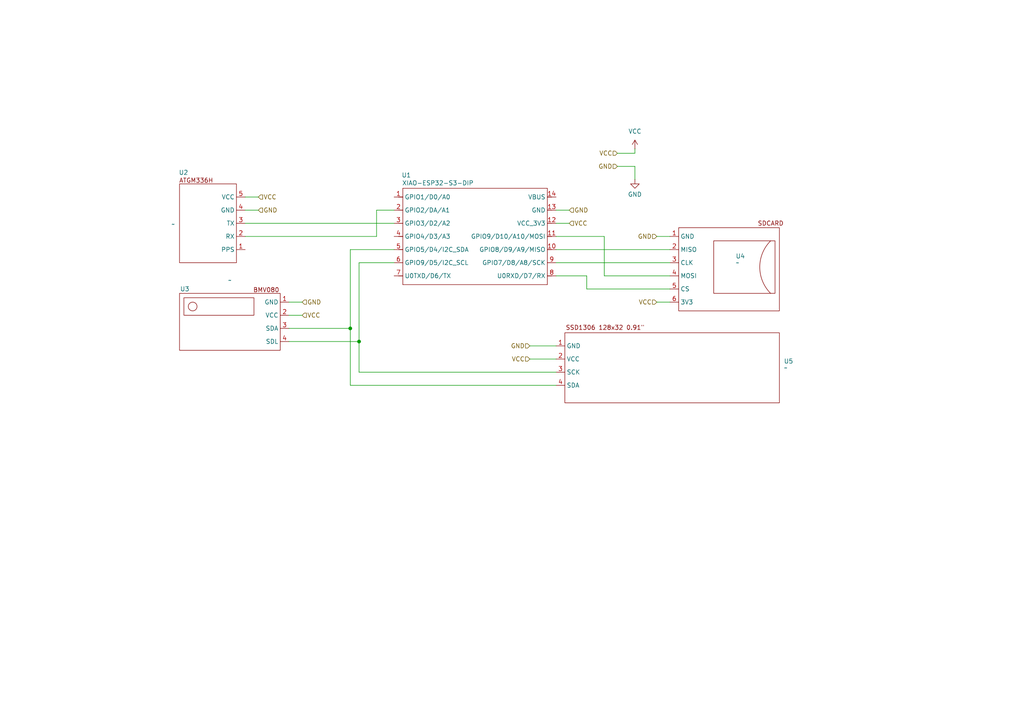
<source format=kicad_sch>
(kicad_sch (version 20250114) (generator "eeschema") (generator_version "9.0")
  (paper "A4")
  (lib_symbols
    (symbol "ParticulateMatters:ATGM336H"
      (property "Reference" "U" (at 0.508 1.27 0))
      (symbol "ATGM336H_0_1"
        (rectangle (start 0 0) (end 16.51 -22.86))
      )
      (symbol "ATGM336H_1_1"
        (text "ATGM336H" (at 11.684 1.016 0) (effects (font (size 1.27 1.27))))
        (pin passive line (at -2.54 -3.81 0) (length 2.54) (name "VCC") (number "5"))
        (pin passive line (at -2.54 -7.62 0) (length 2.54) (name "GND") (number "4"))
        (pin passive line (at -2.54 -11.43 0) (length 2.54) (name "TX") (number "3"))
        (pin passive line (at -2.54 -15.24 0) (length 2.54) (name "RX") (number "2"))
        (pin passive line (at -2.54 -19.05 0) (length 2.54) (name "PPS") (number "1"))
      )
    )
    (symbol "ParticulateMatters:BMV080"
      (property "Reference" "U" (at 0.762 1.016 0))
      (symbol "BMV080_0_1"
        (rectangle (start 0 0) (end 29.21 -16.51))
        (rectangle (start 1.27 -1.27) (end 21.59 -6.35))
        (circle (center 3.81 -3.81) (radius 1.27))
      )
      (symbol "BMV080_1_1"
        (text "BMV080" (at 25.146 1.016 0) (effects (font (size 1.27 1.27))))
        (pin passive line (at 31.75 -2.54 180) (length 2.54) (name "GND") (number "1"))
        (pin passive line (at 31.75 -6.35 180) (length 2.54) (name "VCC") (number "2"))
        (pin passive line (at 31.75 -10.16 180) (length 2.54) (name "SDA") (number "3"))
        (pin passive line (at 31.75 -13.97 180) (length 2.54) (name "SDL") (number "4"))
      )
    )
    (symbol "ParticulateMatters:SD_CARD"
      (property "Reference" "U" (at 0.254 1.016 0))
      (symbol "SD_CARD_0_1"
        (rectangle (start 0 0) (end 29.21 -24.13))
        (rectangle (start 10.16 -3.81) (end 27.94 -19.05))
        (arc (start 26.67 -19.05) (mid 23.5137 -11.43) (end 26.67 -3.81))
      )
      (symbol "SD_CARD_1_1"
        (text "SDCARD" (at 26.67 1.27 0) (effects (font (size 1.27 1.27))))
        (pin passive line (at -2.54 -2.54 0) (length 2.54) (name "GND") (number "1"))
        (pin passive line (at -2.54 -6.35 0) (length 2.54) (name "MISO") (number "2"))
        (pin passive line (at -2.54 -10.16 0) (length 2.54) (name "CLK") (number "3"))
        (pin passive line (at -2.54 -13.97 0) (length 2.54) (name "MOSI") (number "4"))
        (pin passive line (at -2.54 -17.78 0) (length 2.54) (name "CS") (number "5"))
        (pin passive line (at -2.54 -21.59 0) (length 2.54) (name "3V3") (number "6"))
      )
    )
    (symbol "ParticulateMatters:SSD1306_128x32_0.91"
      (property "Reference" "U" (at 1.016 1.27 0))
      (symbol "SSD1306_128x32_0.91_0_1"
        (rectangle (start 0 0) (end 62.23 -20.32))
      )
      (symbol "SSD1306_128x32_0.91_1_1"
        (text "SSD1306 128x32 0.91\"" (at 50.546 1.524 0) (effects (font (size 1.27 1.27))))
        (pin passive line (at 64.77 -3.81 180) (length 2.54) (name "GND") (number "1"))
        (pin passive line (at 64.77 -7.62 180) (length 2.54) (name "VCC") (number "2"))
        (pin passive line (at 64.77 -11.43 180) (length 2.54) (name "SCK") (number "3"))
        (pin passive line (at 64.77 -15.24 180) (length 2.54) (name "SDA") (number "4"))
      )
    )
    (symbol "Seeed_Studio_XIAO_Series:XIAO-ESP32-S3-DIP"
      (property "Reference" "U" (at 1.27 0.508 0))
      (property "Value" "XIAO-ESP32-S3-DIP" (at 9.652 -1.778 0))
      (symbol "XIAO-ESP32-S3-DIP_1_0"
        (polyline (pts (xy 0 -2.54) (xy 41.91 -2.54)) (stroke (width 0.1524)))
        (polyline (pts (xy 0 -5.08) (xy -1.27 -5.08)) (stroke (width 0.1524)))
        (polyline (pts (xy 0 -5.08) (xy 0 -2.54)) (stroke (width 0.1524)))
        (polyline (pts (xy 0 -8.89) (xy -1.27 -8.89)) (stroke (width 0.1524)))
        (polyline (pts (xy 0 -8.89) (xy 0 -5.08)) (stroke (width 0.1524)))
        (polyline (pts (xy 0 -12.7) (xy -1.27 -12.7)) (stroke (width 0.1524)))
        (polyline (pts (xy 0 -12.7) (xy 0 -8.89)) (stroke (width 0.1524)))
        (polyline (pts (xy 0 -16.51) (xy -1.27 -16.51)) (stroke (width 0.1524)))
        (polyline (pts (xy 0 -16.51) (xy 0 -12.7)) (stroke (width 0.1524)))
        (polyline (pts (xy 0 -20.32) (xy -1.27 -20.32)) (stroke (width 0.1524)))
        (polyline (pts (xy 0 -24.13) (xy -1.27 -24.13)) (stroke (width 0.1524)))
        (polyline (pts (xy 0 -27.94) (xy -1.27 -27.94)) (stroke (width 0.1524)))
        (polyline (pts (xy 0 -30.48) (xy 0 -16.51)) (stroke (width 0.1524)))
        (polyline (pts (xy 41.91 -2.54) (xy 41.91 -5.08)) (stroke (width 0.1524)))
        (polyline (pts (xy 41.91 -5.08) (xy 41.91 -8.89)) (stroke (width 0.1524)))
        (polyline (pts (xy 41.91 -8.89) (xy 41.91 -12.7)) (stroke (width 0.1524)))
        (polyline (pts (xy 41.91 -12.7) (xy 41.91 -30.48)) (stroke (width 0.1524)))
        (polyline (pts (xy 41.91 -30.48) (xy 0 -30.48)) (stroke (width 0.1524)))
        (polyline (pts (xy 43.18 -5.08) (xy 41.91 -5.08)) (stroke (width 0.1524)))
        (polyline (pts (xy 43.18 -8.89) (xy 41.91 -8.89)) (stroke (width 0.1524)))
        (polyline (pts (xy 43.18 -12.7) (xy 41.91 -12.7)) (stroke (width 0.1524)))
        (polyline (pts (xy 43.18 -16.51) (xy 41.91 -16.51)) (stroke (width 0.1524)))
        (polyline (pts (xy 43.18 -20.32) (xy 41.91 -20.32)) (stroke (width 0.1524)))
        (polyline (pts (xy 43.18 -24.13) (xy 41.91 -24.13)) (stroke (width 0.1524)))
        (polyline (pts (xy 43.18 -27.94) (xy 41.91 -27.94)) (stroke (width 0.1524)))
        (pin passive line (at -2.54 -5.08 0) (length 2.54) (name "GPIO1/D0/A0") (number "1"))
        (pin passive line (at -2.54 -8.89 0) (length 2.54) (name "GPIO2/DA/A1") (number "2"))
        (pin passive line (at -2.54 -12.7 0) (length 2.54) (name "GPIO3/D2/A2") (number "3"))
        (pin passive line (at -2.54 -16.51 0) (length 2.54) (name "GPIO4/D3/A3") (number "4"))
        (pin passive line (at -2.54 -20.32 0) (length 2.54) (name "GPIO5/D4/I2C_SDA") (number "5"))
        (pin passive line (at -2.54 -24.13 0) (length 2.54) (name "GPIO9/D5/I2C_SCL") (number "6"))
        (pin passive line (at -2.54 -27.94 0) (length 2.54) (name "U0TXD/D6/TX") (number "7"))
        (pin passive line (at 44.45 -5.08 180) (length 2.54) (name "VBUS") (number "14"))
        (pin passive line (at 44.45 -8.89 180) (length 2.54) (name "GND") (number "13"))
        (pin passive line (at 44.45 -12.7 180) (length 2.54) (name "VCC_3V3") (number "12"))
        (pin passive line (at 44.45 -16.51 180) (length 2.54) (name "GPIO9/D10/A10/MOSI") (number "11"))
        (pin passive line (at 44.45 -20.32 180) (length 2.54) (name "GPIO8/D9/A9/MISO") (number "10"))
        (pin passive line (at 44.45 -24.13 180) (length 2.54) (name "GPIO7/D8/A8/SCK") (number "9"))
        (pin passive line (at 44.45 -27.94 180) (length 2.54) (name "U0RXD/D7/RX") (number "8"))
      )
    )
    (symbol "power:GND" (power) (pin_numbers (hide yes)) (pin_names (offset 0) (hide yes))
      (property "Value" "GND" (at 0 -3.81 0))
      (symbol "GND_0_1"
        (polyline (pts (xy 0 0) (xy 0 -1.27) (xy 1.27 -1.27) (xy 0 -2.54) (xy -1.27 -1.27) (xy 0 -1.27)))
      )
      (symbol "GND_1_1"
        (pin power_in line (at 0 0 270) (length 0) (name "~") (number "1"))
      )
    )
    (symbol "power:VCC" (power) (pin_numbers (hide yes)) (pin_names (offset 0) (hide yes))
      (property "Value" "VCC" (at 0 3.556 0))
      (symbol "VCC_0_1"
        (polyline (pts (xy -0.762 1.27) (xy 0 2.54)))
        (polyline (pts (xy 0 2.54) (xy 0.762 1.27)))
        (polyline (pts (xy 0 0) (xy 0 2.54)))
      )
      (symbol "VCC_1_1"
        (pin power_in line (at 0 0 90) (length 0) (name "~") (number "1"))
      )
    )
  )
  (junction (at 104.14 99.06))
  (junction (at 101.6 95.25))
  (wire (pts (xy 104.14 99.06) (xy 83.82 99.06)))
  (wire (pts (xy 71.12 60.96) (xy 74.93 60.96)))
  (wire (pts (xy 161.29 111.76) (xy 101.6 111.76)))
  (wire (pts (xy 161.29 76.2) (xy 194.31 76.2)))
  (wire (pts (xy 101.6 95.25) (xy 83.82 95.25)))
  (wire (pts (xy 101.6 72.39) (xy 101.6 95.25)))
  (wire (pts (xy 71.12 57.15) (xy 74.93 57.15)))
  (wire (pts (xy 71.12 64.77) (xy 114.3 64.77)))
  (wire (pts (xy 179.07 48.26) (xy 184.15 48.26)))
  (wire (pts (xy 104.14 76.2) (xy 114.3 76.2)))
  (wire (pts (xy 153.67 100.33) (xy 161.29 100.33)))
  (wire (pts (xy 153.67 104.14) (xy 161.29 104.14)))
  (wire (pts (xy 161.29 68.58) (xy 175.26 68.58)))
  (wire (pts (xy 104.14 76.2) (xy 104.14 99.06)))
  (wire (pts (xy 190.5 87.63) (xy 194.31 87.63)))
  (wire (pts (xy 83.82 91.44) (xy 87.63 91.44)))
  (wire (pts (xy 101.6 111.76) (xy 101.6 95.25)))
  (wire (pts (xy 170.18 83.82) (xy 170.18 80.01)))
  (wire (pts (xy 190.5 68.58) (xy 194.31 68.58)))
  (wire (pts (xy 170.18 83.82) (xy 194.31 83.82)))
  (wire (pts (xy 161.29 107.95) (xy 104.14 107.95)))
  (wire (pts (xy 161.29 72.39) (xy 194.31 72.39)))
  (wire (pts (xy 101.6 72.39) (xy 114.3 72.39)))
  (wire (pts (xy 83.82 87.63) (xy 87.63 87.63)))
  (wire (pts (xy 175.26 80.01) (xy 194.31 80.01)))
  (wire (pts (xy 161.29 60.96) (xy 165.1 60.96)))
  (wire (pts (xy 170.18 80.01) (xy 161.29 80.01)))
  (wire (pts (xy 109.22 68.58) (xy 109.22 60.96)))
  (wire (pts (xy 109.22 60.96) (xy 114.3 60.96)))
  (wire (pts (xy 161.29 64.77) (xy 165.1 64.77)))
  (wire (pts (xy 184.15 48.26) (xy 184.15 52.07)))
  (wire (pts (xy 184.15 44.45) (xy 179.07 44.45)))
  (wire (pts (xy 71.12 68.58) (xy 109.22 68.58)))
  (wire (pts (xy 184.15 43.18) (xy 184.15 44.45)))
  (wire (pts (xy 104.14 107.95) (xy 104.14 99.06)))
  (wire (pts (xy 175.26 68.58) (xy 175.26 80.01)))
  (hierarchical_label "GND" (shape input) (at 153.67 100.33 180))
  (hierarchical_label "GND" (shape input) (at 74.93 60.96 0))
  (hierarchical_label "GND" (shape input) (at 165.1 60.96 0))
  (hierarchical_label "VCC" (shape input) (at 153.67 104.14 180))
  (hierarchical_label "GND" (shape input) (at 179.07 48.26 180))
  (hierarchical_label "VCC" (shape input) (at 190.5 87.63 180))
  (hierarchical_label "VCC" (shape input) (at 165.1 64.77 0))
  (hierarchical_label "GND" (shape input) (at 190.5 68.58 180))
  (hierarchical_label "VCC" (shape input) (at 74.93 57.15 0))
  (hierarchical_label "GND" (shape input) (at 87.63 87.63 0))
  (hierarchical_label "VCC" (shape input) (at 87.63 91.44 0))
  (hierarchical_label "VCC" (shape input) (at 179.07 44.45 180))
  (symbol (lib_id "ParticulateMatters:BMV080") (at 52.07 85.09 0) (unit 1)
    (property "Reference" "U3" (at 53.594 83.82 0))
    (property "Value" "~" (at 66.675 81.28 0))
    (property "Footprint" "Connector_JST:JST_SH_SM04B-SRSS-TB_1x04-1MP_P1.00mm_Horizontal" (effects (hide yes)))
  )
  (symbol (lib_id "ParticulateMatters:SSD1306_128x32_0.91") (at 226.06 96.52 0) (mirror y) (unit 1)
    (property "Reference" "U5" (at 227.33 104.7721 0) (effects (justify right)))
    (property "Value" "~" (at 227.33 106.6772 0) (effects (justify right)))
    (property "Footprint" "Connector_PinSocket_2.54mm:PinSocket_1x04_P2.54mm_Vertical" (effects (hide yes)))
  )
  (symbol (lib_id "power:VCC") (at 184.15 43.18 0) (unit 1)
    (property "Reference" "#PWR08" (effects (hide yes)))
    (property "Value" "VCC" (at 184.15 38.1 0))
    (property "Description" "Power symbol creates a global label with name \"VCC\"" (effects (hide yes)))
  )
  (symbol (lib_id "Seeed_Studio_XIAO_Series:XIAO-ESP32-S3-DIP") (at 116.84 52.07 0) (unit 1)
    (property "Reference" "U1" (at 117.856 50.8 0))
    (property "Value" "XIAO-ESP32-S3-DIP" (at 127 53.086 0))
    (property "Footprint" "Seeed Studio XIAO Series Library:XIAO-ESP32S3-DIP" (effects (hide yes)))
  )
  (symbol (lib_id "power:GND") (at 184.15 52.07 0) (unit 1)
    (property "Reference" "#PWR04" (effects (hide yes)))
    (property "Value" "GND" (at 186.182 56.388 0) (effects (justify right)))
    (property "Description" "Power symbol creates a global label with name \"GND\" , ground" (effects (hide yes)))
  )
  (symbol (lib_id "ParticulateMatters:ATGM336H") (at 68.58 53.34 0) (mirror y) (unit 1)
    (property "Reference" "U2" (at 54.61 50.038 0) (effects (justify left)))
    (property "Value" "~" (at 50.8 65.0212 0) (effects (justify left)))
    (property "Footprint" "Connector_PinSocket_2.54mm:PinSocket_1x05_P2.54mm_Vertical" (effects (hide yes)))
  )
  (symbol (lib_id "ParticulateMatters:SD_CARD") (at 196.85 66.04 0) (unit 1)
    (property "Reference" "U4" (at 213.36 74.2949 0) (effects (justify left)))
    (property "Value" "~" (at 213.36 76.2 0) (effects (justify left)))
    (property "Footprint" "Connector_PinSocket_2.54mm:PinSocket_1x06_P2.54mm_Vertical" (effects (hide yes)))
  )
)
</source>
